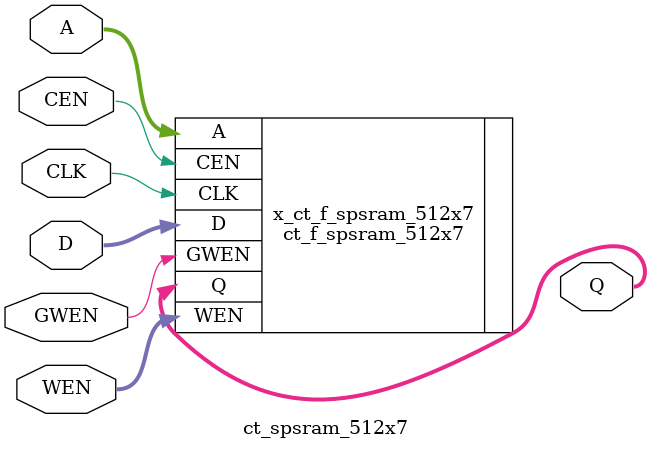
<source format=v>
/*Copyright 2019-2021 T-Head Semiconductor Co., Ltd.

Licensed under the Apache License, Version 2.0 (the "License");
you may not use this file except in compliance with the License.
You may obtain a copy of the License at

    http://www.apache.org/licenses/LICENSE-2.0

Unless required by applicable law or agreed to in writing, software
distributed under the License is distributed on an "AS IS" BASIS,
WITHOUT WARRANTIES OR CONDITIONS OF ANY KIND, either express or implied.
See the License for the specific language governing permissions and
limitations under the License.
*/

// &ModuleBeg; @22
module ct_spsram_512x7(
  A,
  CEN,
  CLK,
  D,
  GWEN,
  Q,
  WEN
);

// &Ports; @23
input   [8:0]  A;   
input          CEN; 
input          CLK; 
input   [6:0]  D;   
input          GWEN; 
input   [6:0]  WEN; 
output  [6:0]  Q;   

// &Regs; @24

// &Wires; @25
wire    [8:0]  A;   
wire           CEN; 
wire           CLK; 
wire    [6:0]  D;   
wire           GWEN; 
wire    [6:0]  Q;   
wire    [6:0]  WEN; 


//**********************************************************
//                  Parameter Definition
//**********************************************************
parameter ADDR_WIDTH = 9;
parameter DATA_WIDTH = 7;
parameter WE_WIDTH   = 7;

// &Force("bus","Q",DATA_WIDTH-1,0); @34
// &Force("bus","WEN",WE_WIDTH-1,0); @35
// &Force("bus","A",ADDR_WIDTH-1,0); @36
// &Force("bus","D",DATA_WIDTH-1,0); @37

  //********************************************************
  //*                        FPGA memory                   *
  //********************************************************
  //{WEN[6],WEN[5],WEN[4],WEN[3],WEN[2],WEN[1],WEN[0]}
//   &Instance("ct_f_spsram_512x7"); @44
ct_f_spsram_512x7  x_ct_f_spsram_512x7 (
  .A    (A   ),
  .CEN  (CEN ),
  .CLK  (CLK ),
  .D    (D   ),
  .GWEN (GWEN),
  .Q    (Q   ),
  .WEN  (WEN )
);

//   &Instance("ct_tsmc_spsram_512x7"); @50

// &ModuleEnd; @66
endmodule



</source>
